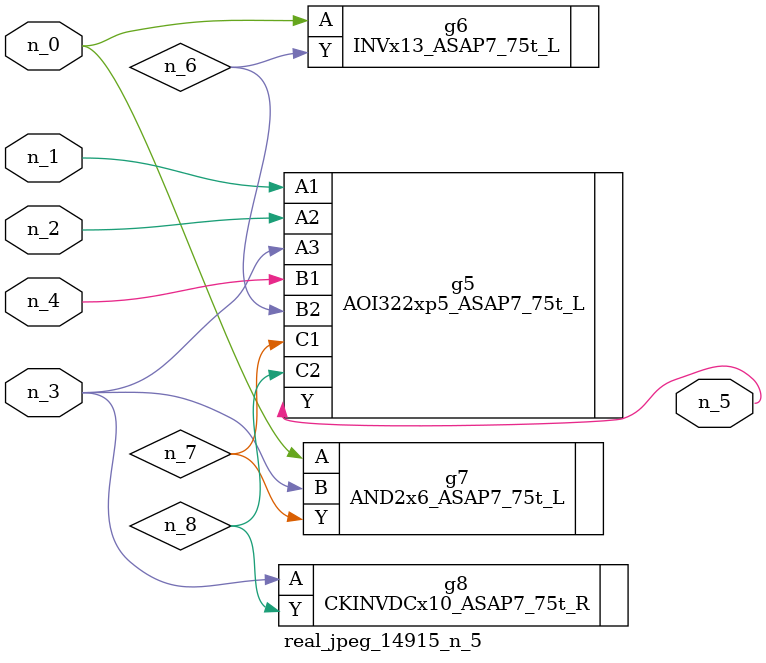
<source format=v>
module real_jpeg_14915_n_5 (n_4, n_0, n_1, n_2, n_3, n_5);

input n_4;
input n_0;
input n_1;
input n_2;
input n_3;

output n_5;

wire n_8;
wire n_6;
wire n_7;

INVx13_ASAP7_75t_L g6 ( 
.A(n_0),
.Y(n_6)
);

AND2x6_ASAP7_75t_L g7 ( 
.A(n_0),
.B(n_3),
.Y(n_7)
);

AOI322xp5_ASAP7_75t_L g5 ( 
.A1(n_1),
.A2(n_2),
.A3(n_3),
.B1(n_4),
.B2(n_6),
.C1(n_7),
.C2(n_8),
.Y(n_5)
);

CKINVDCx10_ASAP7_75t_R g8 ( 
.A(n_3),
.Y(n_8)
);


endmodule
</source>
